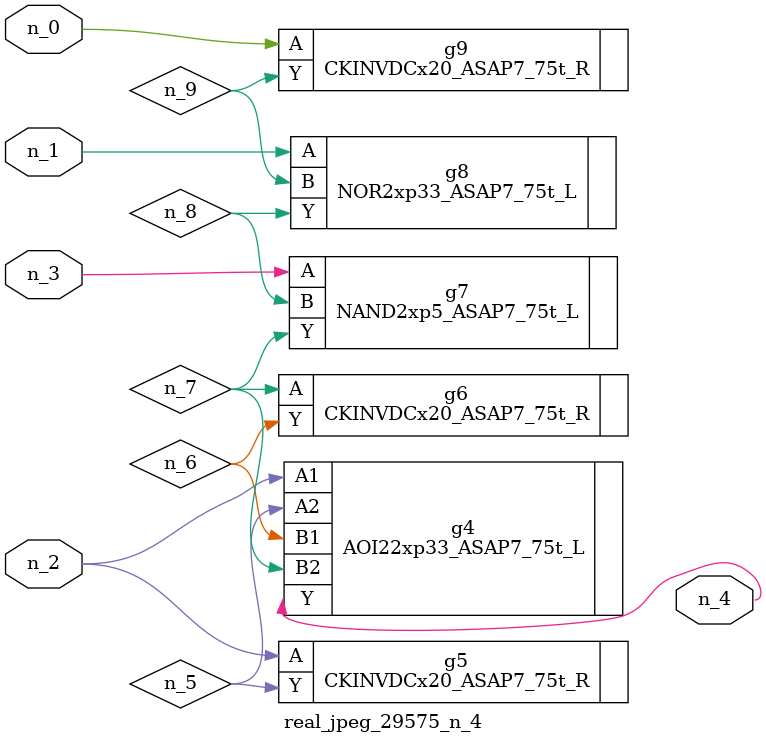
<source format=v>
module real_jpeg_29575_n_4 (n_3, n_1, n_0, n_2, n_4);

input n_3;
input n_1;
input n_0;
input n_2;

output n_4;

wire n_5;
wire n_8;
wire n_6;
wire n_7;
wire n_9;

CKINVDCx20_ASAP7_75t_R g9 ( 
.A(n_0),
.Y(n_9)
);

NOR2xp33_ASAP7_75t_L g8 ( 
.A(n_1),
.B(n_9),
.Y(n_8)
);

AOI22xp33_ASAP7_75t_L g4 ( 
.A1(n_2),
.A2(n_5),
.B1(n_6),
.B2(n_7),
.Y(n_4)
);

CKINVDCx20_ASAP7_75t_R g5 ( 
.A(n_2),
.Y(n_5)
);

NAND2xp5_ASAP7_75t_L g7 ( 
.A(n_3),
.B(n_8),
.Y(n_7)
);

CKINVDCx20_ASAP7_75t_R g6 ( 
.A(n_7),
.Y(n_6)
);


endmodule
</source>
